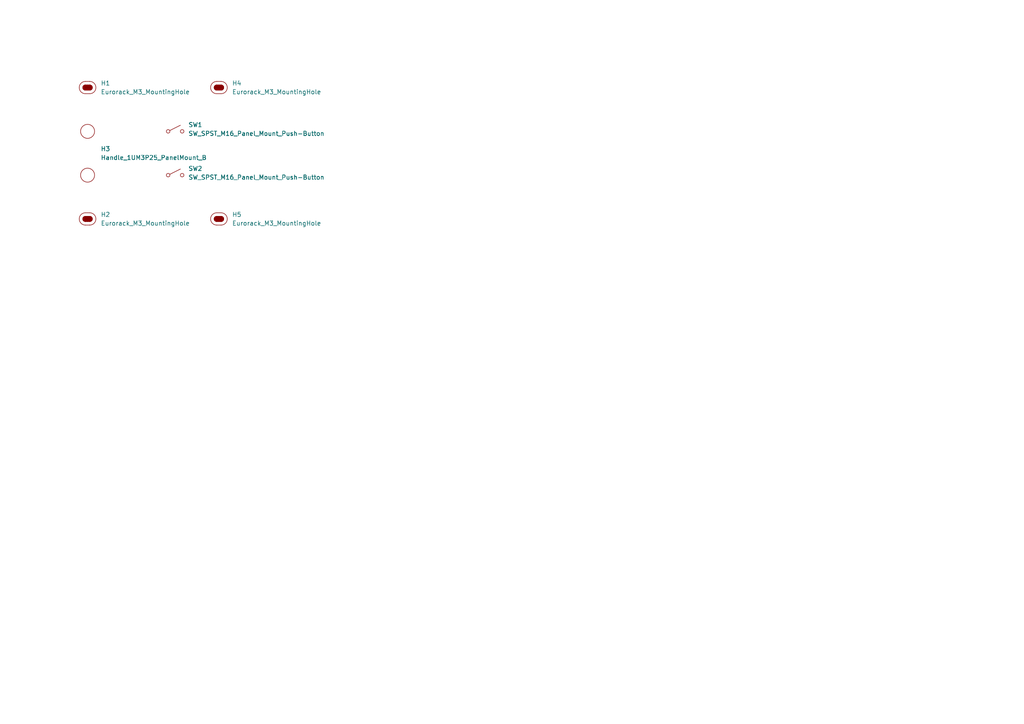
<source format=kicad_sch>
(kicad_sch (version 20250114) (generator "eeschema") (generator_version "9.0")
  (paper "A4")
  (lib_symbols
    (symbol "EXC:Eurorack_M3_MountingHole" (pin_names (offset 1.016))
      (property "Reference" "H" (at 0 5.08 0))
      (property "Value" "Eurorack_M3_MountingHole" (at 0 3.175 0))
      (symbol "Eurorack_M3_MountingHole_0_1"
        (polyline (pts (xy -0.635 0.762) (xy 0.635 0.762)))
        (circle (center -0.635 0) (radius 0.762) (fill (type outline)))
        (arc (start -0.635 -0.762) (mid -1.397 0) (end -0.635 0.762))
        (arc (start -0.635 -1.778) (mid -2.413 0) (end -0.635 1.778))
        (polyline (pts (xy -0.635 -0.762) (xy 0.635 -0.762)))
        (polyline (pts (xy -0.635 -1.778) (xy 0.635 -1.778)))
        (circle (center 0 0) (radius 0.762) (fill (type outline)))
        (polyline (pts (xy 0.635 1.778) (xy -0.635 1.778)))
        (arc (start 0.6141 1.778) (mid 2.4131 0) (end 0.6141 -1.778))
        (arc (start 0.6227 0.762) (mid 1.3971 0) (end 0.6227 -0.762))
        (circle (center 0.635 0) (radius 0.762) (fill (type outline)))
      )
    )
    (symbol "EXC:Handle_1UM3P25_B"
      (property "Reference" "H" (at 0 -6.35 0))
      (property "Value" "Handle_1UM3P25_PanelMount_B" (at 0.254 -17.018 0))
      (symbol "Handle_1UM3P25_B_0_1"
        (circle (center 0 0) (radius 2.032))
        (circle (center 0 -12.7) (radius 2.032))
      )
    )
    (symbol "EXC:SW_SPST-M16_Panel_Mount_Push-Button" (pin_names (offset 0) (hide yes))
      (property "Reference" "SW" (at 0 3.175 0))
      (property "Value" "SW_SPST_M16_Panel_Mount_Push-Button" (at 0 -2.032 0))
      (symbol "SW_SPST-M16_Panel_Mount_Push-Button_0_0"
        (circle (center -2.032 0) (radius 0.508))
        (polyline (pts (xy -1.524 0.254) (xy 1.524 1.778)))
        (circle (center 2.032 0) (radius 0.508))
      )
    )
  )
  (symbol (lib_id "EXC:Eurorack_M3_MountingHole") (at 63.5 63.5 0) (unit 1)
    (property "Reference" "H5" (at 67.31 62.2299 0) (effects (justify left)))
    (property "Value" "Eurorack_M3_MountingHole" (at 67.31 64.7699 0) (effects (justify left)))
    (property "Footprint" "EXC:MountingHole_3.2mm_M3" (effects (hide yes)))
    (property "Description" "Mounting Hole without connection" (effects (hide yes)))
  )
  (symbol (lib_id "EXC:Eurorack_M3_MountingHole") (at 63.5 25.4 0) (unit 1)
    (property "Reference" "H4" (at 67.31 24.1299 0) (effects (justify left)))
    (property "Value" "Eurorack_M3_MountingHole" (at 67.31 26.6699 0) (effects (justify left)))
    (property "Footprint" "EXC:MountingHole_3.2mm_M3" (effects (hide yes)))
    (property "Description" "Mounting Hole without connection" (effects (hide yes)))
  )
  (symbol (lib_id "EXC:Eurorack_M3_MountingHole") (at 25.4 25.4 0) (unit 1)
    (property "Reference" "H1" (at 29.21 24.1299 0) (effects (justify left)))
    (property "Value" "Eurorack_M3_MountingHole" (at 29.21 26.6699 0) (effects (justify left)))
    (property "Footprint" "EXC:MountingHole_3.2mm_M3" (effects (hide yes)))
    (property "Description" "Mounting Hole without connection" (effects (hide yes)))
  )
  (symbol (lib_id "EXC:Handle_1UM3P25_B") (at 25.4 38.1 0) (unit 1)
    (property "Reference" "H3" (at 29.21 43.1799 0) (effects (justify left)))
    (property "Value" "Handle_1UM3P25_PanelMount_B" (at 29.21 45.7199 0) (effects (justify left)))
    (property "Footprint" "EXC:Handle_1UM3P25_B" (effects (hide yes)))
  )
  (symbol (lib_id "EXC:Eurorack_M3_MountingHole") (at 25.4 63.5 0) (unit 1)
    (property "Reference" "H2" (at 29.21 62.2299 0) (effects (justify left)))
    (property "Value" "Eurorack_M3_MountingHole" (at 29.21 64.7699 0) (effects (justify left)))
    (property "Footprint" "EXC:MountingHole_3.2mm_M3" (effects (hide yes)))
    (property "Description" "Mounting Hole without connection" (effects (hide yes)))
  )
  (symbol (lib_id "EXC:SW_SPST-M16_Panel_Mount_Push-Button") (at 50.8 50.8 0) (unit 1)
    (property "Reference" "SW2" (at 54.61 48.8949 0) (effects (justify left)))
    (property "Value" "SW_SPST_M16_Panel_Mount_Push-Button" (at 54.61 51.4349 0) (effects (justify left)))
    (property "Footprint" "EXC:SW_SPST_M16_Panel_Mount_Push-Button" (effects (hide yes)))
    (property "Datasheet" "https://ae01.alicdn.com/kf/Hb7108e41e3624ebcb499960f1397143a2.jpg" (effects (hide yes)))
    (property "Description" "Single Pole Single-Throw (SPST) M16 panel-mount Push-Button switch" (effects (hide yes)))
    (property "Source" "https://www.aliexpress.com/item/4000830670631.html" (effects (hide yes)))
  )
  (symbol (lib_id "EXC:SW_SPST-M16_Panel_Mount_Push-Button") (at 50.8 38.1 0) (unit 1)
    (property "Reference" "SW1" (at 54.61 36.1949 0) (effects (justify left)))
    (property "Value" "SW_SPST_M16_Panel_Mount_Push-Button" (at 54.61 38.7349 0) (effects (justify left)))
    (property "Footprint" "EXC:SW_SPST_M16_Panel_Mount_Push-Button" (effects (hide yes)))
    (property "Datasheet" "https://ae01.alicdn.com/kf/Hb7108e41e3624ebcb499960f1397143a2.jpg" (effects (hide yes)))
    (property "Description" "Single Pole Single-Throw (SPST) M16 panel-mount Push-Button switch" (effects (hide yes)))
    (property "Source" "https://www.aliexpress.com/item/4000830670631.html" (effects (hide yes)))
  )
)
</source>
